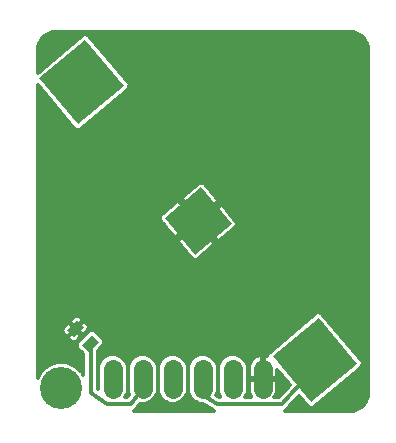
<source format=gbl>
G75*
G70*
%OFA0B0*%
%FSLAX24Y24*%
%IPPOS*%
%LPD*%
%AMOC8*
5,1,8,0,0,1.08239X$1,22.5*
%
%ADD10R,0.0315X0.0472*%
%ADD11C,0.0640*%
%ADD12R,0.1600X0.1600*%
%ADD13R,0.2000X0.2000*%
%ADD14C,0.0120*%
%ADD15C,0.1400*%
D10*
G36*
X004806Y004363D02*
X004584Y004585D01*
X004916Y004917D01*
X005138Y004695D01*
X004806Y004363D01*
G37*
G36*
X004305Y004864D02*
X004083Y005086D01*
X004415Y005418D01*
X004637Y005196D01*
X004305Y004864D01*
G37*
D11*
X005608Y003787D02*
X005608Y003147D01*
X006608Y003147D02*
X006608Y003787D01*
X007608Y003787D02*
X007608Y003147D01*
X008608Y003147D02*
X008608Y003787D01*
X009608Y003787D02*
X009608Y003147D01*
X010608Y003147D02*
X010608Y003787D01*
D12*
G36*
X008553Y009855D02*
X009582Y008630D01*
X008357Y007601D01*
X007328Y008826D01*
X008553Y009855D01*
G37*
D13*
G36*
X004690Y014771D02*
X005975Y013240D01*
X004444Y011955D01*
X003159Y013486D01*
X004690Y014771D01*
G37*
G36*
X012467Y005502D02*
X013752Y003971D01*
X012221Y002686D01*
X010936Y004217D01*
X012467Y005502D01*
G37*
D14*
X003103Y003489D02*
X003103Y013271D01*
X004353Y011781D01*
X004502Y011768D01*
X006148Y013149D01*
X006161Y013298D01*
X004780Y014944D01*
X004631Y014957D01*
X003103Y013675D01*
X003103Y014430D01*
X003110Y014525D01*
X003169Y014706D01*
X003281Y014859D01*
X003434Y014971D01*
X003615Y015030D01*
X003710Y015037D01*
X003741Y015037D01*
X003785Y015037D01*
X013515Y015037D01*
X013610Y015030D01*
X013791Y014971D01*
X013945Y014859D01*
X014057Y014706D01*
X014115Y014525D01*
X014123Y014430D01*
X014123Y003005D01*
X014115Y002910D01*
X014057Y002729D01*
X013945Y002575D01*
X013791Y002464D01*
X013610Y002405D01*
X013515Y002397D01*
X013455Y002397D01*
X013441Y002397D01*
X011339Y002397D01*
X011342Y002399D01*
X011379Y002414D01*
X011385Y002420D01*
X011392Y002424D01*
X011418Y002453D01*
X011446Y002481D01*
X011449Y002489D01*
X011807Y002898D01*
X012131Y002512D01*
X012280Y002499D01*
X013926Y003880D01*
X013939Y004029D01*
X012557Y005675D01*
X012409Y005688D01*
X010763Y004307D01*
X010757Y004243D01*
X010720Y004255D01*
X010648Y004267D01*
X010648Y003508D01*
X010568Y003508D01*
X010568Y004267D01*
X010495Y004255D01*
X010424Y004232D01*
X010356Y004198D01*
X010295Y004153D01*
X010242Y004100D01*
X010197Y004039D01*
X010163Y003972D01*
X010140Y003900D01*
X010128Y003825D01*
X010128Y003507D01*
X010568Y003507D01*
X010568Y003427D01*
X010128Y003427D01*
X010128Y003110D01*
X010140Y003035D01*
X010163Y002963D01*
X010197Y002896D01*
X010225Y002857D01*
X010025Y002857D01*
X010032Y002864D01*
X010108Y003048D01*
X010108Y003887D01*
X010032Y004071D01*
X009891Y004211D01*
X009707Y004287D01*
X009508Y004287D01*
X009325Y004211D01*
X009184Y004071D01*
X009108Y003887D01*
X009032Y004071D01*
X008891Y004211D01*
X008707Y004287D01*
X008508Y004287D01*
X008325Y004211D01*
X008184Y004071D01*
X008108Y003887D01*
X008032Y004071D01*
X007891Y004211D01*
X007707Y004287D01*
X007508Y004287D01*
X007325Y004211D01*
X007184Y004071D01*
X007108Y003887D01*
X007108Y003048D01*
X007184Y002864D01*
X007325Y002723D01*
X007508Y002647D01*
X007707Y002647D01*
X007891Y002723D01*
X008032Y002864D01*
X008108Y003048D01*
X008184Y002864D01*
X008325Y002723D01*
X008508Y002647D01*
X008605Y002647D01*
X008930Y002431D01*
X008947Y002414D01*
X008969Y002405D01*
X008980Y002397D01*
X006304Y002397D01*
X006313Y002403D01*
X006339Y002414D01*
X006353Y002428D01*
X006370Y002439D01*
X006386Y002462D01*
X006406Y002481D01*
X006414Y002500D01*
X006519Y002647D01*
X006707Y002647D01*
X006891Y002723D01*
X007032Y002864D01*
X007108Y003048D01*
X007108Y003887D01*
X007032Y004071D01*
X006891Y004211D01*
X006707Y004287D01*
X006508Y004287D01*
X006325Y004211D01*
X006184Y004071D01*
X006108Y003887D01*
X006032Y004071D01*
X005891Y004211D01*
X005707Y004287D01*
X005508Y004287D01*
X005325Y004211D01*
X005184Y004071D01*
X005108Y003887D01*
X005108Y003119D01*
X005101Y003124D01*
X005101Y004403D01*
X005319Y004621D01*
X005319Y004770D01*
X004991Y005098D01*
X004842Y005098D01*
X004403Y004659D01*
X004403Y004510D01*
X004621Y004291D01*
X004621Y003590D01*
X004595Y003653D01*
X004359Y003889D01*
X004050Y004017D01*
X003716Y004017D01*
X003407Y003889D01*
X003171Y003653D01*
X003103Y003489D01*
X003103Y003521D02*
X003116Y003521D01*
X003103Y003640D02*
X003165Y003640D01*
X003103Y003758D02*
X003276Y003758D01*
X003395Y003877D02*
X003103Y003877D01*
X003103Y003995D02*
X003663Y003995D01*
X004103Y003995D02*
X004621Y003995D01*
X004621Y003877D02*
X004371Y003877D01*
X004490Y003758D02*
X004621Y003758D01*
X004621Y003640D02*
X004600Y003640D01*
X004621Y004114D02*
X003103Y004114D01*
X003103Y004233D02*
X004621Y004233D01*
X004561Y004351D02*
X003103Y004351D01*
X003103Y004470D02*
X004442Y004470D01*
X004403Y004588D02*
X003103Y004588D01*
X003103Y004707D02*
X004267Y004707D01*
X004283Y004703D02*
X004325Y004703D01*
X004366Y004713D01*
X004402Y004734D01*
X004571Y004903D01*
X004360Y005114D01*
X004387Y005141D01*
X004360Y005168D01*
X004627Y005434D01*
X004514Y005547D01*
X004477Y005568D01*
X004437Y005579D01*
X004394Y005579D01*
X004354Y005568D01*
X004317Y005547D01*
X004149Y005379D01*
X004360Y005168D01*
X004333Y005141D01*
X004122Y005352D01*
X003953Y005183D01*
X003932Y005147D01*
X003921Y005106D01*
X003921Y005064D01*
X003932Y005023D01*
X003953Y004987D01*
X004066Y004874D01*
X004333Y005141D01*
X004360Y005114D01*
X004093Y004847D01*
X004206Y004734D01*
X004242Y004713D01*
X004283Y004703D01*
X004341Y004707D02*
X004451Y004707D01*
X004493Y004825D02*
X004569Y004825D01*
X004598Y004930D02*
X004766Y005098D01*
X004787Y005135D01*
X004798Y005175D01*
X004798Y005218D01*
X004787Y005258D01*
X004766Y005295D01*
X004653Y005408D01*
X004387Y005141D01*
X004598Y004930D01*
X004612Y004944D02*
X004688Y004944D01*
X004583Y004944D02*
X004530Y004944D01*
X004465Y005062D02*
X004412Y005062D01*
X004308Y005062D02*
X004255Y005062D01*
X004293Y005181D02*
X004346Y005181D01*
X004373Y005181D02*
X004426Y005181D01*
X004492Y005299D02*
X004545Y005299D01*
X004610Y005418D02*
X012087Y005418D01*
X011946Y005299D02*
X004762Y005299D01*
X004798Y005181D02*
X011804Y005181D01*
X011663Y005062D02*
X005027Y005062D01*
X005145Y004944D02*
X011522Y004944D01*
X011381Y004825D02*
X005264Y004825D01*
X005319Y004707D02*
X011239Y004707D01*
X011098Y004588D02*
X005286Y004588D01*
X005168Y004470D02*
X010957Y004470D01*
X010816Y004351D02*
X005101Y004351D01*
X005101Y004233D02*
X005376Y004233D01*
X005227Y004114D02*
X005101Y004114D01*
X005101Y003995D02*
X005153Y003995D01*
X005108Y003877D02*
X005101Y003877D01*
X005101Y003758D02*
X005108Y003758D01*
X005101Y003640D02*
X005108Y003640D01*
X005101Y003521D02*
X005108Y003521D01*
X005101Y003403D02*
X005108Y003403D01*
X005101Y003284D02*
X005108Y003284D01*
X005101Y003166D02*
X005108Y003166D01*
X004861Y002999D02*
X005403Y002617D01*
X006203Y002617D01*
X006603Y003177D01*
X006603Y003462D01*
X006608Y003467D01*
X007108Y003521D02*
X007108Y003521D01*
X007108Y003403D02*
X007108Y003403D01*
X007108Y003284D02*
X007108Y003284D01*
X007108Y003166D02*
X007108Y003166D01*
X007107Y003047D02*
X007108Y003047D01*
X007157Y002929D02*
X007058Y002929D01*
X006978Y002810D02*
X007238Y002810D01*
X007402Y002691D02*
X006814Y002691D01*
X006466Y002573D02*
X008717Y002573D01*
X008894Y002454D02*
X006381Y002454D01*
X006079Y002857D02*
X006025Y002857D01*
X006032Y002864D01*
X006108Y003048D01*
X006147Y002952D01*
X006079Y002857D01*
X006058Y002929D02*
X006130Y002929D01*
X006107Y003047D02*
X006108Y003047D01*
X006108Y003048D02*
X006108Y003887D01*
X006108Y003048D01*
X006108Y003166D02*
X006108Y003166D01*
X006108Y003284D02*
X006108Y003284D01*
X006108Y003403D02*
X006108Y003403D01*
X006108Y003521D02*
X006108Y003521D01*
X006108Y003640D02*
X006108Y003640D01*
X006108Y003758D02*
X006108Y003758D01*
X006108Y003877D02*
X006108Y003877D01*
X006063Y003995D02*
X006153Y003995D01*
X006227Y004114D02*
X005988Y004114D01*
X005839Y004233D02*
X006376Y004233D01*
X006839Y004233D02*
X007376Y004233D01*
X007227Y004114D02*
X006988Y004114D01*
X007063Y003995D02*
X007153Y003995D01*
X007108Y003877D02*
X007108Y003877D01*
X007108Y003758D02*
X007108Y003758D01*
X007108Y003640D02*
X007108Y003640D01*
X007839Y004233D02*
X008376Y004233D01*
X008227Y004114D02*
X007988Y004114D01*
X008063Y003995D02*
X008153Y003995D01*
X008108Y003887D02*
X008108Y003048D01*
X008108Y003887D01*
X008108Y003877D02*
X008108Y003877D01*
X008108Y003758D02*
X008108Y003758D01*
X008108Y003640D02*
X008108Y003640D01*
X008108Y003521D02*
X008108Y003521D01*
X008108Y003403D02*
X008108Y003403D01*
X008108Y003284D02*
X008108Y003284D01*
X008108Y003166D02*
X008108Y003166D01*
X008107Y003047D02*
X008108Y003047D01*
X008157Y002929D02*
X008058Y002929D01*
X007978Y002810D02*
X008238Y002810D01*
X008402Y002691D02*
X007814Y002691D01*
X008603Y002937D02*
X008603Y003382D01*
X008608Y003467D01*
X009108Y003521D02*
X009108Y003521D01*
X009108Y003403D02*
X009108Y003403D01*
X009108Y003284D02*
X009108Y003284D01*
X009108Y003166D02*
X009108Y003166D01*
X009108Y003048D02*
X009108Y003887D01*
X009108Y003048D01*
X009184Y002864D01*
X009191Y002857D01*
X009156Y002857D01*
X009056Y002923D01*
X009108Y003048D01*
X009107Y003047D02*
X009108Y003047D01*
X009157Y002929D02*
X009058Y002929D01*
X009083Y002617D02*
X008603Y002937D01*
X009083Y002617D02*
X011243Y002617D01*
X012344Y003879D01*
X012344Y004094D01*
X011483Y003284D02*
X011088Y003284D01*
X011088Y003166D02*
X011403Y003166D01*
X011495Y003270D02*
X011134Y002857D01*
X010990Y002857D01*
X011018Y002896D01*
X011053Y002963D01*
X011076Y003035D01*
X011088Y003110D01*
X011088Y003427D01*
X010648Y003427D01*
X010648Y003507D01*
X011088Y003507D01*
X011088Y003755D01*
X011495Y003270D01*
X011384Y003403D02*
X011088Y003403D01*
X011088Y003521D02*
X011284Y003521D01*
X011185Y003640D02*
X011088Y003640D01*
X010648Y003640D02*
X010568Y003640D01*
X010568Y003758D02*
X010648Y003758D01*
X010648Y003877D02*
X010568Y003877D01*
X010568Y003995D02*
X010648Y003995D01*
X010648Y004114D02*
X010568Y004114D01*
X010568Y004233D02*
X010648Y004233D01*
X010425Y004233D02*
X009839Y004233D01*
X009988Y004114D02*
X010256Y004114D01*
X010175Y003995D02*
X010063Y003995D01*
X010108Y003877D02*
X010136Y003877D01*
X010128Y003758D02*
X010108Y003758D01*
X010108Y003640D02*
X010128Y003640D01*
X010128Y003521D02*
X010108Y003521D01*
X010108Y003403D02*
X010128Y003403D01*
X010128Y003284D02*
X010108Y003284D01*
X010108Y003166D02*
X010128Y003166D01*
X010138Y003047D02*
X010107Y003047D01*
X010058Y002929D02*
X010181Y002929D01*
X010568Y003521D02*
X010648Y003521D01*
X011078Y003047D02*
X011300Y003047D01*
X011196Y002929D02*
X011035Y002929D01*
X011523Y002573D02*
X012080Y002573D01*
X011980Y002691D02*
X011626Y002691D01*
X011730Y002810D02*
X011881Y002810D01*
X012368Y002573D02*
X013942Y002573D01*
X014029Y002691D02*
X012509Y002691D01*
X012650Y002810D02*
X014083Y002810D01*
X014117Y002929D02*
X012792Y002929D01*
X012933Y003047D02*
X014123Y003047D01*
X014123Y003166D02*
X013074Y003166D01*
X013216Y003284D02*
X014123Y003284D01*
X014123Y003403D02*
X013357Y003403D01*
X013498Y003521D02*
X014123Y003521D01*
X014123Y003640D02*
X013639Y003640D01*
X013781Y003758D02*
X014123Y003758D01*
X014123Y003877D02*
X013922Y003877D01*
X013936Y003995D02*
X014123Y003995D01*
X014123Y004114D02*
X013867Y004114D01*
X013768Y004233D02*
X014123Y004233D01*
X014123Y004351D02*
X013669Y004351D01*
X013569Y004470D02*
X014123Y004470D01*
X014123Y004588D02*
X013470Y004588D01*
X013370Y004707D02*
X014123Y004707D01*
X014123Y004825D02*
X013271Y004825D01*
X013171Y004944D02*
X014123Y004944D01*
X014123Y005062D02*
X013072Y005062D01*
X012972Y005181D02*
X014123Y005181D01*
X014123Y005299D02*
X012873Y005299D01*
X012773Y005418D02*
X014123Y005418D01*
X014123Y005537D02*
X012674Y005537D01*
X012574Y005655D02*
X014123Y005655D01*
X014123Y005774D02*
X003103Y005774D01*
X003103Y005892D02*
X014123Y005892D01*
X014123Y006011D02*
X003103Y006011D01*
X003103Y006129D02*
X014123Y006129D01*
X014123Y006248D02*
X003103Y006248D01*
X003103Y006366D02*
X014123Y006366D01*
X014123Y006485D02*
X003103Y006485D01*
X003103Y006603D02*
X014123Y006603D01*
X014123Y006722D02*
X003103Y006722D01*
X003103Y006841D02*
X014123Y006841D01*
X014123Y006959D02*
X003103Y006959D01*
X003103Y007078D02*
X014123Y007078D01*
X014123Y007196D02*
X003103Y007196D01*
X003103Y007315D02*
X014123Y007315D01*
X014123Y007433D02*
X003103Y007433D01*
X003103Y007552D02*
X008189Y007552D01*
X008248Y007482D02*
X008282Y007458D01*
X008322Y007444D01*
X008364Y007440D01*
X008405Y007447D01*
X008444Y007465D01*
X009026Y007954D01*
X008448Y008644D01*
X007759Y008065D01*
X008248Y007482D01*
X008090Y007670D02*
X003103Y007670D01*
X003103Y007789D02*
X007990Y007789D01*
X007891Y007907D02*
X003103Y007907D01*
X003103Y008026D02*
X007791Y008026D01*
X007853Y008144D02*
X003103Y008144D01*
X003103Y008263D02*
X007592Y008263D01*
X007681Y008157D02*
X007192Y008740D01*
X007174Y008778D01*
X007167Y008820D01*
X007171Y008862D01*
X007185Y008901D01*
X007209Y008936D01*
X007792Y009425D01*
X008371Y008736D01*
X008463Y008813D01*
X009152Y009391D01*
X008663Y009974D01*
X008628Y009998D01*
X008589Y010013D01*
X008547Y010016D01*
X008505Y010009D01*
X008467Y009991D01*
X007884Y009502D01*
X008463Y008813D01*
X008540Y008721D01*
X009229Y009299D01*
X009719Y008716D01*
X009736Y008678D01*
X009744Y008637D01*
X009740Y008595D01*
X009726Y008555D01*
X009701Y008520D01*
X009118Y008031D01*
X008540Y008721D01*
X008448Y008644D01*
X008371Y008735D01*
X007681Y008157D01*
X007808Y008263D02*
X007994Y008263D01*
X007949Y008382D02*
X008136Y008382D01*
X008090Y008500D02*
X008277Y008500D01*
X008232Y008619D02*
X008418Y008619D01*
X008469Y008619D02*
X008625Y008619D01*
X008568Y008500D02*
X008725Y008500D01*
X008668Y008382D02*
X008824Y008382D01*
X008767Y008263D02*
X008924Y008263D01*
X008867Y008144D02*
X009023Y008144D01*
X008966Y008026D02*
X014123Y008026D01*
X014123Y008144D02*
X009253Y008144D01*
X009395Y008263D02*
X014123Y008263D01*
X014123Y008382D02*
X009536Y008382D01*
X009677Y008500D02*
X014123Y008500D01*
X014123Y008619D02*
X009742Y008619D01*
X009701Y008737D02*
X014123Y008737D01*
X014123Y008856D02*
X009601Y008856D01*
X009502Y008974D02*
X014123Y008974D01*
X014123Y009093D02*
X009402Y009093D01*
X009303Y009211D02*
X014123Y009211D01*
X014123Y009330D02*
X009079Y009330D01*
X009104Y009448D02*
X014123Y009448D01*
X014123Y009567D02*
X009005Y009567D01*
X008905Y009686D02*
X014123Y009686D01*
X014123Y009804D02*
X008806Y009804D01*
X008706Y009923D02*
X014123Y009923D01*
X014123Y010041D02*
X003103Y010041D01*
X003103Y009923D02*
X008386Y009923D01*
X008244Y009804D02*
X003103Y009804D01*
X003103Y009686D02*
X008103Y009686D01*
X007962Y009567D02*
X003103Y009567D01*
X003103Y009448D02*
X007929Y009448D01*
X007872Y009330D02*
X008029Y009330D01*
X007972Y009211D02*
X008128Y009211D01*
X008071Y009093D02*
X008227Y009093D01*
X008171Y008974D02*
X008327Y008974D01*
X008270Y008856D02*
X008426Y008856D01*
X008514Y008856D02*
X008701Y008856D01*
X008656Y008974D02*
X008842Y008974D01*
X008797Y009093D02*
X008983Y009093D01*
X008938Y009211D02*
X009125Y009211D01*
X008559Y008737D02*
X008526Y008737D01*
X008373Y008737D02*
X008369Y008737D01*
X007679Y009330D02*
X003103Y009330D01*
X003103Y009211D02*
X007538Y009211D01*
X007397Y009093D02*
X003103Y009093D01*
X003103Y008974D02*
X007255Y008974D01*
X007170Y008856D02*
X003103Y008856D01*
X003103Y008737D02*
X007195Y008737D01*
X007294Y008619D02*
X003103Y008619D01*
X003103Y008500D02*
X007393Y008500D01*
X007493Y008382D02*
X003103Y008382D01*
X003103Y010160D02*
X014123Y010160D01*
X014123Y010278D02*
X003103Y010278D01*
X003103Y010397D02*
X014123Y010397D01*
X014123Y010515D02*
X003103Y010515D01*
X003103Y010634D02*
X014123Y010634D01*
X014123Y010752D02*
X003103Y010752D01*
X003103Y010871D02*
X014123Y010871D01*
X014123Y010990D02*
X003103Y010990D01*
X003103Y011108D02*
X014123Y011108D01*
X014123Y011227D02*
X003103Y011227D01*
X003103Y011345D02*
X014123Y011345D01*
X014123Y011464D02*
X003103Y011464D01*
X003103Y011582D02*
X014123Y011582D01*
X014123Y011701D02*
X003103Y011701D01*
X003103Y011819D02*
X004321Y011819D01*
X004222Y011938D02*
X003103Y011938D01*
X003103Y012056D02*
X004122Y012056D01*
X004023Y012175D02*
X003103Y012175D01*
X003103Y012294D02*
X003923Y012294D01*
X003824Y012412D02*
X003103Y012412D01*
X003103Y012531D02*
X003724Y012531D01*
X003625Y012649D02*
X003103Y012649D01*
X003103Y012768D02*
X003525Y012768D01*
X003426Y012886D02*
X003103Y012886D01*
X003103Y013005D02*
X003326Y013005D01*
X003227Y013123D02*
X003103Y013123D01*
X003103Y013242D02*
X003128Y013242D01*
X003103Y013716D02*
X003152Y013716D01*
X003103Y013835D02*
X003293Y013835D01*
X003435Y013953D02*
X003103Y013953D01*
X003103Y014072D02*
X003576Y014072D01*
X003717Y014190D02*
X003103Y014190D01*
X003103Y014309D02*
X003858Y014309D01*
X004000Y014427D02*
X003103Y014427D01*
X003117Y014546D02*
X004141Y014546D01*
X004282Y014664D02*
X003156Y014664D01*
X003225Y014783D02*
X004423Y014783D01*
X004565Y014901D02*
X003339Y014901D01*
X003585Y015020D02*
X013641Y015020D01*
X013887Y014901D02*
X004816Y014901D01*
X004915Y014783D02*
X014000Y014783D01*
X014070Y014664D02*
X005015Y014664D01*
X005114Y014546D02*
X014109Y014546D01*
X014123Y014427D02*
X005214Y014427D01*
X005313Y014309D02*
X014123Y014309D01*
X014123Y014190D02*
X005413Y014190D01*
X005512Y014072D02*
X014123Y014072D01*
X014123Y013953D02*
X005611Y013953D01*
X005711Y013835D02*
X014123Y013835D01*
X014123Y013716D02*
X005810Y013716D01*
X005910Y013597D02*
X014123Y013597D01*
X014123Y013479D02*
X006009Y013479D01*
X006109Y013360D02*
X014123Y013360D01*
X014123Y013242D02*
X006156Y013242D01*
X006117Y013123D02*
X014123Y013123D01*
X014123Y013005D02*
X005976Y013005D01*
X005834Y012886D02*
X014123Y012886D01*
X014123Y012768D02*
X005693Y012768D01*
X005552Y012649D02*
X014123Y012649D01*
X014123Y012531D02*
X005411Y012531D01*
X005269Y012412D02*
X014123Y012412D01*
X014123Y012294D02*
X005128Y012294D01*
X004987Y012175D02*
X014123Y012175D01*
X014123Y012056D02*
X004846Y012056D01*
X004704Y011938D02*
X014123Y011938D01*
X014123Y011819D02*
X004563Y011819D01*
X008547Y007552D02*
X014123Y007552D01*
X014123Y007670D02*
X008688Y007670D01*
X008829Y007789D02*
X014123Y007789D01*
X014123Y007907D02*
X008971Y007907D01*
X012228Y005537D02*
X004524Y005537D01*
X004306Y005537D02*
X003103Y005537D01*
X003103Y005655D02*
X012370Y005655D01*
X009376Y004233D02*
X008839Y004233D01*
X008988Y004114D02*
X009227Y004114D01*
X009153Y003995D02*
X009063Y003995D01*
X009108Y003877D02*
X009108Y003877D01*
X009108Y003758D02*
X009108Y003758D01*
X009108Y003640D02*
X009108Y003640D01*
X011419Y002454D02*
X013763Y002454D01*
X004861Y002999D02*
X004861Y004640D01*
X004806Y005062D02*
X004730Y005062D01*
X004189Y004944D02*
X004136Y004944D01*
X004115Y004825D02*
X003103Y004825D01*
X003103Y004944D02*
X003997Y004944D01*
X003922Y005062D02*
X003103Y005062D01*
X003103Y005181D02*
X003952Y005181D01*
X004069Y005299D02*
X003103Y005299D01*
X003103Y005418D02*
X004188Y005418D01*
X004175Y005299D02*
X004228Y005299D01*
D15*
X003883Y003177D03*
M02*

</source>
